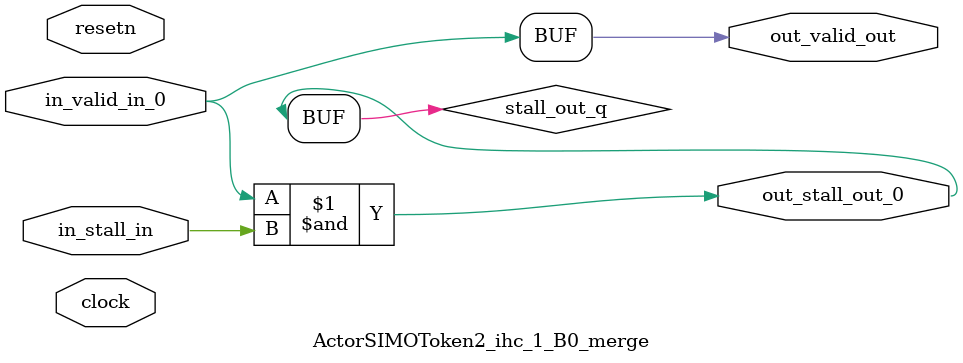
<source format=sv>



(* altera_attribute = "-name AUTO_SHIFT_REGISTER_RECOGNITION OFF; -name MESSAGE_DISABLE 10036; -name MESSAGE_DISABLE 10037; -name MESSAGE_DISABLE 14130; -name MESSAGE_DISABLE 14320; -name MESSAGE_DISABLE 15400; -name MESSAGE_DISABLE 14130; -name MESSAGE_DISABLE 10036; -name MESSAGE_DISABLE 12020; -name MESSAGE_DISABLE 12030; -name MESSAGE_DISABLE 12010; -name MESSAGE_DISABLE 12110; -name MESSAGE_DISABLE 14320; -name MESSAGE_DISABLE 13410; -name MESSAGE_DISABLE 113007; -name MESSAGE_DISABLE 10958" *)
module ActorSIMOToken2_ihc_1_B0_merge (
    input wire [0:0] in_stall_in,
    input wire [0:0] in_valid_in_0,
    output wire [0:0] out_stall_out_0,
    output wire [0:0] out_valid_out,
    input wire clock,
    input wire resetn
    );

    wire [0:0] stall_out_q;


    // stall_out(LOGICAL,6)
    assign stall_out_q = in_valid_in_0 & in_stall_in;

    // out_stall_out_0(GPOUT,4)
    assign out_stall_out_0 = stall_out_q;

    // out_valid_out(GPOUT,5)
    assign out_valid_out = in_valid_in_0;

endmodule

</source>
